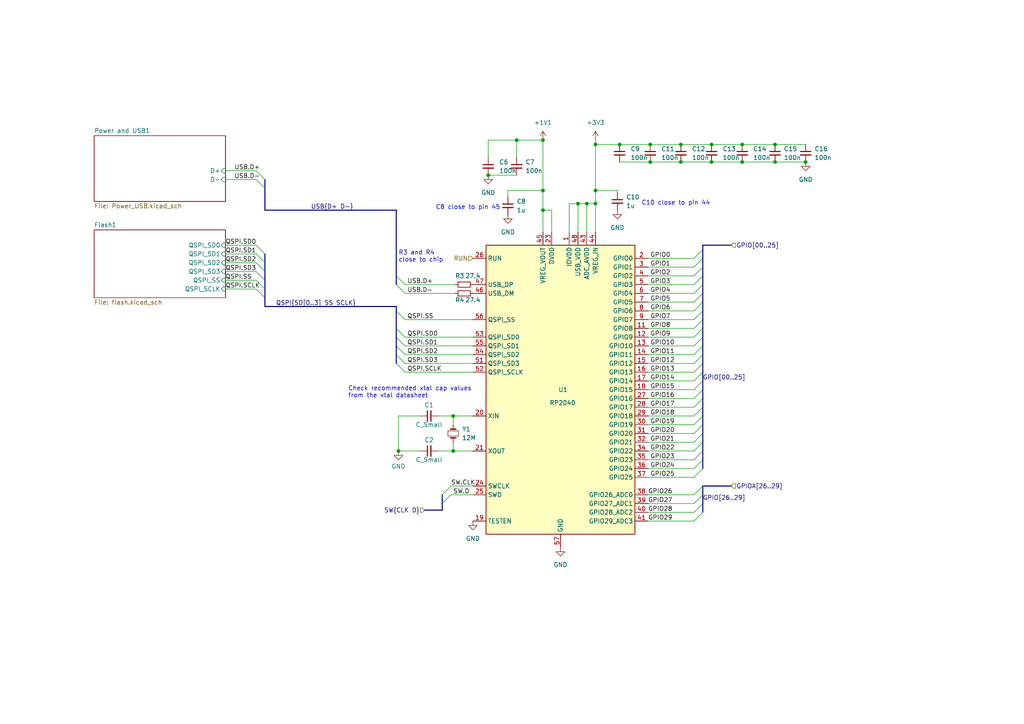
<source format=kicad_sch>
(kicad_sch (version 20211123) (generator eeschema)
  (paper "A4")
  (lib_symbols
    (symbol "Device:C_Small" (pin_numbers hide) (pin_names (offset 0.254) hide)
      (property "Reference" "C" (at 0.254 1.778 0))
      (property "Value" "C_Small" (at 0.254 -2.032 0))
      (symbol "C_Small_0_1"
        (polyline (pts (xy -1.524 -0.508) (xy 1.524 -0.508)) (stroke (width 0.3302)))
        (polyline (pts (xy -1.524 0.508) (xy 1.524 0.508)) (stroke (width 0.3048)))
      )
      (symbol "C_Small_1_1"
        (pin passive line (at 0 2.54 270) (length 2.032) (name "~") (number "1"))
        (pin passive line (at 0 -2.54 90) (length 2.032) (name "~") (number "2"))
      )
    )
    (symbol "Device:Crystal_Small" (pin_numbers hide) (pin_names (offset 1.016) hide)
      (property "Reference" "Y" (at 0 2.54 0))
      (property "Value" "Crystal_Small" (at 0 -2.54 0))
      (symbol "Crystal_Small_0_1"
        (rectangle (start -0.762 -1.524) (end 0.762 1.524))
        (polyline (pts (xy -1.27 -0.762) (xy -1.27 0.762)) (stroke (width 0.381)))
        (polyline (pts (xy 1.27 -0.762) (xy 1.27 0.762)) (stroke (width 0.381)))
      )
      (symbol "Crystal_Small_1_1"
        (pin passive line (at -2.54 0 0) (length 1.27) (name "1") (number "1"))
        (pin passive line (at 2.54 0 180) (length 1.27) (name "2") (number "2"))
      )
    )
    (symbol "Device:R_Small" (pin_numbers hide) (pin_names (offset 0.254) hide)
      (property "Reference" "R" (at 0.762 0.508 0))
      (property "Value" "R_Small" (at 0.762 -1.016 0))
      (symbol "R_Small_0_1"
        (rectangle (start -0.762 1.778) (end 0.762 -1.778) (stroke (width 0.2032)))
      )
      (symbol "R_Small_1_1"
        (pin passive line (at 0 2.54 270) (length 0.762) (name "~") (number "1"))
        (pin passive line (at 0 -2.54 90) (length 0.762) (name "~") (number "2"))
      )
    )
    (symbol "GND_1" (power) (pin_names (offset 0))
      (property "Value" "GND_1" (at 0 -3.81 0))
      (symbol "GND_1_0_1"
        (polyline (pts (xy 0 0) (xy 0 -1.27) (xy 1.27 -1.27) (xy 0 -2.54) (xy -1.27 -1.27) (xy 0 -1.27)))
      )
      (symbol "GND_1_1_1"
        (pin power_in line (at 0 0 270) (length 0) hide (name "GND") (number "1"))
      )
    )
    (symbol "MCU_RaspberryPi:RP2040"
      (property "Reference" "U" (at 17.78 45.72 0))
      (property "Value" "RP2040" (at 17.78 43.18 0))
      (symbol "RP2040_0_1"
        (rectangle (start -21.59 41.91) (end 21.59 -41.91) (stroke (width 0.254)) (fill (type background)))
      )
      (symbol "RP2040_1_1"
        (pin power_in line (at 2.54 45.72 270) (length 3.81) (name "IOVDD") (number "1"))
        (pin passive line (at 2.54 45.72 270) (length 3.81) hide (name "IOVDD") (number "10"))
        (pin bidirectional line (at 25.4 17.78 180) (length 3.81) (name "GPIO8") (number "11"))
        (pin bidirectional line (at 25.4 15.24 180) (length 3.81) (name "GPIO9") (number "12"))
        (pin bidirectional line (at 25.4 12.7 180) (length 3.81) (name "GPIO10") (number "13"))
        (pin bidirectional line (at 25.4 10.16 180) (length 3.81) (name "GPIO11") (number "14"))
        (pin bidirectional line (at 25.4 7.62 180) (length 3.81) (name "GPIO12") (number "15"))
        (pin bidirectional line (at 25.4 5.08 180) (length 3.81) (name "GPIO13") (number "16"))
        (pin bidirectional line (at 25.4 2.54 180) (length 3.81) (name "GPIO14") (number "17"))
        (pin bidirectional line (at 25.4 0 180) (length 3.81) (name "GPIO15") (number "18"))
        (pin input line (at -25.4 -38.1 0) (length 3.81) (name "TESTEN") (number "19"))
        (pin bidirectional line (at 25.4 38.1 180) (length 3.81) (name "GPIO0") (number "2"))
        (pin input line (at -25.4 -7.62 0) (length 3.81) (name "XIN") (number "20"))
        (pin passive line (at -25.4 -17.78 0) (length 3.81) (name "XOUT") (number "21"))
        (pin passive line (at 2.54 45.72 270) (length 3.81) hide (name "IOVDD") (number "22"))
        (pin power_in line (at -2.54 45.72 270) (length 3.81) (name "DVDD") (number "23"))
        (pin output line (at -25.4 -27.94 0) (length 3.81) (name "SWCLK") (number "24"))
        (pin bidirectional line (at -25.4 -30.48 0) (length 3.81) (name "SWD") (number "25"))
        (pin input line (at -25.4 38.1 0) (length 3.81) (name "RUN") (number "26"))
        (pin bidirectional line (at 25.4 -2.54 180) (length 3.81) (name "GPIO16") (number "27"))
        (pin bidirectional line (at 25.4 -5.08 180) (length 3.81) (name "GPIO17") (number "28"))
        (pin bidirectional line (at 25.4 -7.62 180) (length 3.81) (name "GPIO18") (number "29"))
        (pin bidirectional line (at 25.4 35.56 180) (length 3.81) (name "GPIO1") (number "3"))
        (pin bidirectional line (at 25.4 -10.16 180) (length 3.81) (name "GPIO19") (number "30"))
        (pin bidirectional line (at 25.4 -12.7 180) (length 3.81) (name "GPIO20") (number "31"))
        (pin bidirectional line (at 25.4 -15.24 180) (length 3.81) (name "GPIO21") (number "32"))
        (pin passive line (at 2.54 45.72 270) (length 3.81) hide (name "IOVDD") (number "33"))
        (pin bidirectional line (at 25.4 -17.78 180) (length 3.81) (name "GPIO22") (number "34"))
        (pin bidirectional line (at 25.4 -20.32 180) (length 3.81) (name "GPIO23") (number "35"))
        (pin bidirectional line (at 25.4 -22.86 180) (length 3.81) (name "GPIO24") (number "36"))
        (pin bidirectional line (at 25.4 -25.4 180) (length 3.81) (name "GPIO25") (number "37"))
        (pin bidirectional line (at 25.4 -30.48 180) (length 3.81) (name "GPIO26_ADC0") (number "38"))
        (pin bidirectional line (at 25.4 -33.02 180) (length 3.81) (name "GPIO27_ADC1") (number "39"))
        (pin bidirectional line (at 25.4 33.02 180) (length 3.81) (name "GPIO2") (number "4"))
        (pin bidirectional line (at 25.4 -35.56 180) (length 3.81) (name "GPIO28_ADC2") (number "40"))
        (pin bidirectional line (at 25.4 -38.1 180) (length 3.81) (name "GPIO29_ADC3") (number "41"))
        (pin passive line (at 2.54 45.72 270) (length 3.81) hide (name "IOVDD") (number "42"))
        (pin power_in line (at 7.62 45.72 270) (length 3.81) (name "ADC_AVDD") (number "43"))
        (pin power_in line (at 10.16 45.72 270) (length 3.81) (name "VREG_IN") (number "44"))
        (pin power_out line (at -5.08 45.72 270) (length 3.81) (name "VREG_VOUT") (number "45"))
        (pin bidirectional line (at -25.4 27.94 0) (length 3.81) (name "USB_DM") (number "46"))
        (pin bidirectional line (at -25.4 30.48 0) (length 3.81) (name "USB_DP") (number "47"))
        (pin power_in line (at 5.08 45.72 270) (length 3.81) (name "USB_VDD") (number "48"))
        (pin passive line (at 2.54 45.72 270) (length 3.81) hide (name "IOVDD") (number "49"))
        (pin bidirectional line (at 25.4 30.48 180) (length 3.81) (name "GPIO3") (number "5"))
        (pin passive line (at -2.54 45.72 270) (length 3.81) hide (name "DVDD") (number "50"))
        (pin bidirectional line (at -25.4 7.62 0) (length 3.81) (name "QSPI_SD3") (number "51"))
        (pin output line (at -25.4 5.08 0) (length 3.81) (name "QSPI_SCLK") (number "52"))
        (pin bidirectional line (at -25.4 15.24 0) (length 3.81) (name "QSPI_SD0") (number "53"))
        (pin bidirectional line (at -25.4 10.16 0) (length 3.81) (name "QSPI_SD2") (number "54"))
        (pin bidirectional line (at -25.4 12.7 0) (length 3.81) (name "QSPI_SD1") (number "55"))
        (pin bidirectional line (at -25.4 20.32 0) (length 3.81) (name "QSPI_SS") (number "56"))
        (pin power_in line (at 0 -45.72 90) (length 3.81) (name "GND") (number "57"))
        (pin bidirectional line (at 25.4 27.94 180) (length 3.81) (name "GPIO4") (number "6"))
        (pin bidirectional line (at 25.4 25.4 180) (length 3.81) (name "GPIO5") (number "7"))
        (pin bidirectional line (at 25.4 22.86 180) (length 3.81) (name "GPIO6") (number "8"))
        (pin bidirectional line (at 25.4 20.32 180) (length 3.81) (name "GPIO7") (number "9"))
      )
    )
    (symbol "power:+1V1" (power) (pin_names (offset 0))
      (property "Value" "+1V1" (at 0 3.556 0))
      (symbol "+1V1_0_1"
        (polyline (pts (xy -0.762 1.27) (xy 0 2.54)))
        (polyline (pts (xy 0 0) (xy 0 2.54)))
        (polyline (pts (xy 0 2.54) (xy 0.762 1.27)))
      )
      (symbol "+1V1_1_1"
        (pin power_in line (at 0 0 90) (length 0) hide (name "+1V1") (number "1"))
      )
    )
    (symbol "power:+3V3" (power) (pin_names (offset 0))
      (property "Value" "+3V3" (at 0 3.556 0))
      (symbol "+3V3_0_1"
        (polyline (pts (xy -0.762 1.27) (xy 0 2.54)))
        (polyline (pts (xy 0 0) (xy 0 2.54)))
        (polyline (pts (xy 0 2.54) (xy 0.762 1.27)))
      )
      (symbol "+3V3_1_1"
        (pin power_in line (at 0 0 90) (length 0) hide (name "+3V3") (number "1"))
      )
    )
    (symbol "power:GND" (power) (pin_names (offset 0))
      (property "Value" "GND" (at 0 -3.81 0))
      (symbol "GND_0_1"
        (polyline (pts (xy 0 0) (xy 0 -1.27) (xy 1.27 -1.27) (xy 0 -2.54) (xy -1.27 -1.27) (xy 0 -1.27)))
      )
      (symbol "GND_1_1"
        (pin power_in line (at 0 0 270) (length 0) hide (name "GND") (number "1"))
      )
    )
  )
  (junction (at 141.605 50.8))
  (junction (at 157.48 60.96))
  (junction (at 149.86 40.64))
  (junction (at 179.705 41.91))
  (junction (at 206.375 41.91))
  (junction (at 224.79 41.91))
  (junction (at 131.445 120.65))
  (junction (at 172.72 41.91))
  (junction (at 197.485 41.91))
  (junction (at 131.445 130.81))
  (junction (at 157.48 55.245))
  (junction (at 172.72 55.245))
  (junction (at 170.18 59.055))
  (junction (at 157.48 40.64))
  (junction (at 224.79 46.99))
  (junction (at 172.72 59.055))
  (junction (at 197.485 46.99))
  (junction (at 233.68 46.99))
  (junction (at 206.375 46.99))
  (junction (at 188.595 41.91))
  (junction (at 167.64 59.055))
  (junction (at 115.57 130.81))
  (junction (at 188.595 46.99))
  (junction (at 215.265 41.91))
  (junction (at 215.265 46.99))
  (bus_entry (at 203.835 140.97) (size -2.54 2.54))
  (bus_entry (at 203.835 113.03) (size -2.54 2.54))
  (bus_entry (at 128.27 146.05) (size 2.54 -2.54))
  (bus_entry (at 203.835 118.11) (size -2.54 2.54))
  (bus_entry (at 114.935 97.79) (size 2.54 2.54))
  (bus_entry (at 76.835 54.61) (size -2.54 -2.54))
  (bus_entry (at 114.935 102.87) (size 2.54 2.54))
  (bus_entry (at 203.835 146.05) (size -2.54 2.54))
  (bus_entry (at 203.835 115.57) (size -2.54 2.54))
  (bus_entry (at 114.935 105.41) (size 2.54 2.54))
  (bus_entry (at 203.835 120.65) (size -2.54 2.54))
  (bus_entry (at 203.835 97.79) (size -2.54 2.54))
  (bus_entry (at 203.835 133.35) (size -2.54 2.54))
  (bus_entry (at 203.835 72.39) (size -2.54 2.54))
  (bus_entry (at 203.835 135.89) (size -2.54 2.54))
  (bus_entry (at 114.935 82.55) (size 2.54 2.54))
  (bus_entry (at 114.935 80.01) (size 2.54 2.54))
  (bus_entry (at 203.835 95.25) (size -2.54 2.54))
  (bus_entry (at 203.835 105.41) (size -2.54 2.54))
  (bus_entry (at 203.835 107.95) (size -2.54 2.54))
  (bus_entry (at 76.835 76.2) (size -2.54 -2.54))
  (bus_entry (at 114.935 90.17) (size 2.54 2.54))
  (bus_entry (at 203.835 87.63) (size -2.54 2.54))
  (bus_entry (at 203.835 74.93) (size -2.54 2.54))
  (bus_entry (at 76.835 73.66) (size -2.54 -2.54))
  (bus_entry (at 203.835 85.09) (size -2.54 2.54))
  (bus_entry (at 76.835 52.07) (size -2.54 -2.54))
  (bus_entry (at 203.835 123.19) (size -2.54 2.54))
  (bus_entry (at 203.835 92.71) (size -2.54 2.54))
  (bus_entry (at 76.835 86.36) (size -2.54 -2.54))
  (bus_entry (at 203.835 102.87) (size -2.54 2.54))
  (bus_entry (at 128.27 143.51) (size 2.54 -2.54))
  (bus_entry (at 203.835 80.01) (size -2.54 2.54))
  (bus_entry (at 76.835 78.74) (size -2.54 -2.54))
  (bus_entry (at 114.935 95.25) (size 2.54 2.54))
  (bus_entry (at 203.835 77.47) (size -2.54 2.54))
  (bus_entry (at 203.835 148.59) (size -2.54 2.54))
  (bus_entry (at 203.835 128.27) (size -2.54 2.54))
  (bus_entry (at 203.835 125.73) (size -2.54 2.54))
  (bus_entry (at 203.835 130.81) (size -2.54 2.54))
  (bus_entry (at 76.835 83.82) (size -2.54 -2.54))
  (bus_entry (at 76.835 81.28) (size -2.54 -2.54))
  (bus_entry (at 114.935 100.33) (size 2.54 2.54))
  (bus_entry (at 203.835 82.55) (size -2.54 2.54))
  (bus_entry (at 203.835 143.51) (size -2.54 2.54))
  (bus_entry (at 203.835 100.33) (size -2.54 2.54))
  (bus_entry (at 203.835 90.17) (size -2.54 2.54))
  (bus_entry (at 203.835 110.49) (size -2.54 2.54))
  (bus (pts (xy 76.835 73.66) (xy 76.835 76.2)))
  (wire (pts (xy 187.96 100.33) (xy 201.295 100.33)))
  (wire (pts (xy 215.265 41.91) (xy 224.79 41.91)))
  (wire (pts (xy 170.18 59.055) (xy 170.18 67.31)))
  (wire (pts (xy 131.445 128.27) (xy 131.445 130.81)))
  (wire (pts (xy 157.48 55.245) (xy 147.32 55.245)))
  (wire (pts (xy 197.485 46.99) (xy 206.375 46.99)))
  (wire (pts (xy 187.96 92.71) (xy 201.295 92.71)))
  (wire (pts (xy 224.79 46.99) (xy 233.68 46.99)))
  (wire (pts (xy 167.64 59.055) (xy 170.18 59.055)))
  (wire (pts (xy 157.48 60.96) (xy 157.48 67.31)))
  (wire (pts (xy 206.375 41.91) (xy 215.265 41.91)))
  (wire (pts (xy 187.96 151.13) (xy 201.295 151.13)))
  (bus (pts (xy 114.935 97.79) (xy 114.935 100.33)))
  (wire (pts (xy 172.72 40.64) (xy 172.72 41.91)))
  (bus (pts (xy 123.19 147.955) (xy 128.27 147.955)))
  (wire (pts (xy 187.96 128.27) (xy 201.295 128.27)))
  (wire (pts (xy 206.375 46.99) (xy 215.265 46.99)))
  (wire (pts (xy 65.405 81.28) (xy 74.295 81.28)))
  (wire (pts (xy 187.96 74.93) (xy 201.295 74.93)))
  (wire (pts (xy 65.405 73.66) (xy 74.295 73.66)))
  (wire (pts (xy 160.02 67.31) (xy 160.02 60.96)))
  (wire (pts (xy 187.96 102.87) (xy 201.295 102.87)))
  (bus (pts (xy 128.27 146.05) (xy 128.27 147.955)))
  (wire (pts (xy 115.57 120.65) (xy 115.57 130.81)))
  (bus (pts (xy 203.835 95.25) (xy 203.835 97.79)))
  (wire (pts (xy 187.96 148.59) (xy 201.295 148.59)))
  (wire (pts (xy 65.405 78.74) (xy 74.295 78.74)))
  (bus (pts (xy 203.835 82.55) (xy 203.835 85.09)))
  (bus (pts (xy 203.835 120.65) (xy 203.835 123.19)))
  (wire (pts (xy 160.02 60.96) (xy 157.48 60.96)))
  (wire (pts (xy 130.81 143.51) (xy 137.16 143.51)))
  (wire (pts (xy 137.16 120.65) (xy 131.445 120.65)))
  (wire (pts (xy 179.705 46.99) (xy 188.595 46.99)))
  (bus (pts (xy 203.835 97.79) (xy 203.835 100.33)))
  (wire (pts (xy 117.475 100.33) (xy 137.16 100.33)))
  (wire (pts (xy 170.18 59.055) (xy 172.72 59.055)))
  (wire (pts (xy 141.605 50.8) (xy 149.86 50.8)))
  (bus (pts (xy 203.835 100.33) (xy 203.835 102.87)))
  (bus (pts (xy 128.27 143.51) (xy 128.27 146.05)))
  (wire (pts (xy 187.96 107.95) (xy 201.295 107.95)))
  (wire (pts (xy 149.86 40.64) (xy 149.86 45.72)))
  (wire (pts (xy 115.57 130.81) (xy 121.92 130.81)))
  (bus (pts (xy 76.835 54.61) (xy 76.835 60.96)))
  (wire (pts (xy 188.595 46.99) (xy 197.485 46.99)))
  (wire (pts (xy 172.72 41.91) (xy 179.705 41.91)))
  (bus (pts (xy 203.835 87.63) (xy 203.835 90.17)))
  (bus (pts (xy 76.835 76.2) (xy 76.835 78.74)))
  (bus (pts (xy 114.935 100.33) (xy 114.935 102.87)))
  (bus (pts (xy 76.835 78.74) (xy 76.835 81.28)))
  (wire (pts (xy 65.405 76.2) (xy 74.295 76.2)))
  (bus (pts (xy 114.935 102.87) (xy 114.935 105.41)))
  (wire (pts (xy 187.96 143.51) (xy 201.295 143.51)))
  (bus (pts (xy 114.935 82.55) (xy 114.935 80.01)))
  (bus (pts (xy 203.835 102.87) (xy 203.835 105.41)))
  (bus (pts (xy 203.835 80.01) (xy 203.835 82.55)))
  (bus (pts (xy 76.835 81.28) (xy 76.835 83.82)))
  (bus (pts (xy 203.835 110.49) (xy 203.835 113.03)))
  (wire (pts (xy 187.96 135.89) (xy 201.295 135.89)))
  (bus (pts (xy 203.835 72.39) (xy 203.835 74.93)))
  (bus (pts (xy 203.835 92.71) (xy 203.835 95.25)))
  (wire (pts (xy 157.48 55.245) (xy 157.48 60.96)))
  (bus (pts (xy 114.935 95.25) (xy 114.935 97.79)))
  (wire (pts (xy 187.96 123.19) (xy 201.295 123.19)))
  (wire (pts (xy 117.475 82.55) (xy 132.08 82.55)))
  (bus (pts (xy 114.935 88.9) (xy 76.835 88.9)))
  (wire (pts (xy 187.96 77.47) (xy 201.295 77.47)))
  (wire (pts (xy 187.96 97.79) (xy 201.295 97.79)))
  (wire (pts (xy 117.475 92.71) (xy 137.16 92.71)))
  (bus (pts (xy 203.835 90.17) (xy 203.835 92.71)))
  (wire (pts (xy 117.475 85.09) (xy 132.08 85.09)))
  (wire (pts (xy 147.32 55.245) (xy 147.32 57.15)))
  (wire (pts (xy 172.72 55.245) (xy 172.72 59.055)))
  (wire (pts (xy 187.96 95.25) (xy 201.295 95.25)))
  (wire (pts (xy 167.64 59.055) (xy 167.64 67.31)))
  (bus (pts (xy 203.835 130.81) (xy 203.835 133.35)))
  (wire (pts (xy 187.96 125.73) (xy 201.295 125.73)))
  (wire (pts (xy 215.265 46.99) (xy 224.79 46.99)))
  (bus (pts (xy 203.835 128.27) (xy 203.835 130.81)))
  (wire (pts (xy 187.96 138.43) (xy 201.295 138.43)))
  (bus (pts (xy 203.835 140.97) (xy 212.09 140.97)))
  (bus (pts (xy 203.835 133.35) (xy 203.835 135.89)))
  (wire (pts (xy 187.96 80.01) (xy 201.295 80.01)))
  (wire (pts (xy 187.96 118.11) (xy 201.295 118.11)))
  (wire (pts (xy 187.96 115.57) (xy 201.295 115.57)))
  (wire (pts (xy 187.96 120.65) (xy 201.295 120.65)))
  (wire (pts (xy 172.72 59.055) (xy 172.72 67.31)))
  (wire (pts (xy 117.475 102.87) (xy 137.16 102.87)))
  (bus (pts (xy 203.835 85.09) (xy 203.835 87.63)))
  (bus (pts (xy 203.835 146.05) (xy 203.835 148.59)))
  (wire (pts (xy 187.96 85.09) (xy 201.295 85.09)))
  (wire (pts (xy 165.1 67.31) (xy 165.1 59.055)))
  (bus (pts (xy 114.935 88.9) (xy 114.935 90.17)))
  (bus (pts (xy 76.835 52.07) (xy 76.835 54.61)))
  (wire (pts (xy 65.405 49.53) (xy 74.295 49.53)))
  (bus (pts (xy 114.935 90.17) (xy 114.935 95.25)))
  (wire (pts (xy 187.96 90.17) (xy 201.295 90.17)))
  (bus (pts (xy 203.835 105.41) (xy 203.835 107.95)))
  (bus (pts (xy 203.835 71.12) (xy 212.09 71.12)))
  (wire (pts (xy 187.96 87.63) (xy 201.295 87.63)))
  (wire (pts (xy 127 120.65) (xy 131.445 120.65)))
  (bus (pts (xy 203.835 118.11) (xy 203.835 120.65)))
  (wire (pts (xy 65.405 83.82) (xy 74.295 83.82)))
  (wire (pts (xy 187.96 113.03) (xy 201.295 113.03)))
  (wire (pts (xy 117.475 97.79) (xy 137.16 97.79)))
  (wire (pts (xy 224.79 41.91) (xy 233.68 41.91)))
  (bus (pts (xy 203.835 140.97) (xy 203.835 143.51)))
  (wire (pts (xy 187.96 133.35) (xy 201.295 133.35)))
  (wire (pts (xy 187.96 105.41) (xy 201.295 105.41)))
  (wire (pts (xy 141.605 40.64) (xy 141.605 45.72)))
  (wire (pts (xy 165.1 59.055) (xy 167.64 59.055)))
  (bus (pts (xy 76.835 86.36) (xy 76.835 88.9)))
  (bus (pts (xy 203.835 77.47) (xy 203.835 80.01)))
  (wire (pts (xy 187.96 130.81) (xy 201.295 130.81)))
  (bus (pts (xy 203.835 113.03) (xy 203.835 115.57)))
  (bus (pts (xy 203.835 74.93) (xy 203.835 77.47)))
  (wire (pts (xy 157.48 40.64) (xy 157.48 55.245)))
  (wire (pts (xy 117.475 105.41) (xy 137.16 105.41)))
  (bus (pts (xy 203.835 123.19) (xy 203.835 125.73)))
  (bus (pts (xy 203.835 107.95) (xy 203.835 110.49)))
  (bus (pts (xy 203.835 71.12) (xy 203.835 72.39)))
  (bus (pts (xy 203.835 125.73) (xy 203.835 128.27)))
  (bus (pts (xy 76.835 60.96) (xy 114.935 60.96)))
  (wire (pts (xy 74.295 71.12) (xy 65.405 71.12)))
  (wire (pts (xy 172.72 41.91) (xy 172.72 55.245)))
  (bus (pts (xy 203.835 115.57) (xy 203.835 118.11)))
  (bus (pts (xy 76.835 83.82) (xy 76.835 86.36)))
  (bus (pts (xy 203.835 143.51) (xy 203.835 146.05)))
  (wire (pts (xy 188.595 41.91) (xy 197.485 41.91)))
  (wire (pts (xy 131.445 130.81) (xy 137.16 130.81)))
  (wire (pts (xy 172.72 55.245) (xy 179.07 55.245)))
  (wire (pts (xy 187.96 110.49) (xy 201.295 110.49)))
  (wire (pts (xy 187.96 146.05) (xy 201.295 146.05)))
  (wire (pts (xy 187.96 82.55) (xy 201.295 82.55)))
  (wire (pts (xy 197.485 41.91) (xy 206.375 41.91)))
  (wire (pts (xy 130.81 140.97) (xy 137.16 140.97)))
  (bus (pts (xy 114.935 60.96) (xy 114.935 80.01)))
  (wire (pts (xy 157.48 40.64) (xy 149.86 40.64)))
  (wire (pts (xy 149.86 40.64) (xy 141.605 40.64)))
  (wire (pts (xy 65.405 52.07) (xy 74.295 52.07)))
  (wire (pts (xy 131.445 120.65) (xy 131.445 123.19)))
  (wire (pts (xy 127 130.81) (xy 131.445 130.81)))
  (wire (pts (xy 117.475 107.95) (xy 137.16 107.95)))
  (wire (pts (xy 179.07 55.245) (xy 179.07 55.88)))
  (wire (pts (xy 121.92 120.65) (xy 115.57 120.65)))
  (wire (pts (xy 179.705 41.91) (xy 188.595 41.91)))
  (text "C10 close to pin 44" (at 186.055 59.69 0) (effects (font (size 1.27 1.27)) (justify left bottom)))
  (text "Check recommended xtal cap values\nfrom the xtal datasheet" (at 100.965 115.57 0) (effects (font (size 1.27 1.27)) (justify left bottom)))
  (text "R3 and R4 \nclose to chip" (at 115.57 76.2 0) (effects (font (size 1.27 1.27)) (justify left bottom)))
  (text "C8 close to pin 45" (at 126.365 60.96 0) (effects (font (size 1.27 1.27)) (justify left bottom)))
  (label "QSPI.SD1" (at 65.405 73.66 0))
  (label "GPIO18" (at 188.595 120.65 0))
  (label "GPIO7" (at 188.595 92.71 0))
  (label "GPIO22" (at 188.595 130.81 0))
  (label "GPIO5" (at 188.595 87.63 0))
  (label "GPIO28" (at 187.96 148.59 0))
  (label "GPIO9" (at 188.595 97.79 0))
  (label "USB.D-" (at 118.11 85.09 0))
  (label "QSPI.SD0" (at 65.405 71.12 0))
  (label "GPIO8" (at 188.595 95.25 0))
  (label "QSPI.SS" (at 65.405 81.28 0))
  (label "GPIO1" (at 188.595 77.47 0))
  (label "GPIO19" (at 188.595 123.19 0))
  (label "GPIO24" (at 188.595 135.89 0))
  (label "QSPI.SCLK" (at 65.405 83.82 0))
  (label "GPIO6" (at 188.595 90.17 0))
  (label "QSPI.SD0" (at 118.11 97.79 0))
  (label "GPIO14" (at 188.595 110.49 0))
  (label "QSPI.SD2" (at 65.405 76.2 0))
  (label "GPIO29" (at 187.96 151.13 0))
  (label "USB{D+ D-}" (at 90.17 60.96 0))
  (label "QSPI{SD[0..3] SS SCLK}" (at 80.01 88.9 0))
  (label "GPIO12" (at 188.595 105.41 0))
  (label "GPIO11" (at 188.595 102.87 0))
  (label "USB.D-" (at 67.945 52.07 0))
  (label "GPIO13" (at 188.595 107.95 0))
  (label "GPIO15" (at 188.595 113.03 0))
  (label "GPIO[00..25]" (at 203.835 110.49 0))
  (label "QSPI.SCLK" (at 118.11 107.95 0))
  (label "GPIO3" (at 188.595 82.55 0))
  (label "SW.CLK" (at 130.81 140.97 0))
  (label "GPIO25" (at 188.595 138.43 0))
  (label "GPIO23" (at 188.595 133.35 0))
  (label "GPIO0" (at 188.595 74.93 0))
  (label "GPIO26" (at 187.96 143.51 0))
  (label "GPIO[26..29]" (at 203.835 145.415 0))
  (label "GPIO4" (at 188.595 85.09 0))
  (label "GPIO10" (at 188.595 100.33 0))
  (label "QSPI.SS" (at 118.11 92.71 0))
  (label "GPIO16" (at 188.595 115.57 0))
  (label "SW.D" (at 131.445 143.51 0))
  (label "GPIO20" (at 188.595 125.73 0))
  (label "USB.D+" (at 118.11 82.55 0))
  (label "GPIO2" (at 188.595 80.01 0))
  (label "QSPI.SD3" (at 65.405 78.74 0))
  (label "GPIO17" (at 188.595 118.11 0))
  (label "USB.D+" (at 67.945 49.53 0))
  (label "GPIO27" (at 187.96 146.05 0))
  (label "QSPI.SD2" (at 118.11 102.87 0))
  (label "GPIO21" (at 188.595 128.27 0))
  (label "QSPI.SD3" (at 118.11 105.41 0))
  (label "QSPI.SD1" (at 118.11 100.33 0))
  (hierarchical_label "GPIO[00..25]" (shape input) (at 212.09 71.12 0))
  (hierarchical_label "RUN" (shape input) (at 137.16 74.93 180))
  (hierarchical_label "SW{CLK D}" (shape input) (at 123.19 147.955 180))
  (hierarchical_label "GPIOA[26..29]" (shape input) (at 212.09 140.97 0))
  (symbol (lib_id "MCU_RaspberryPi:RP2040") (at 162.56 113.03 0) (unit 1)
    (property "Reference" "U1" (at 161.925 113.03 0) (effects (justify left)))
    (property "Value" "RP2040" (at 159.385 116.84 0) (effects (justify left)))
    (property "Footprint" "Package_DFN_QFN:QFN-56-1EP_7x7mm_P0.4mm_EP3.2x3.2mm" (effects hide))
    (property "Datasheet" "https://datasheets.raspberrypi.com/rp2040/rp2040-datasheet.pdf" (effects hide))
  )
  (symbol (lib_id "Device:C_Small") (at 188.595 44.45 0) (unit 1)
    (property "Reference" "C11" (at 191.77 43.1862 0) (effects (justify left)))
    (property "Value" "100n" (at 191.77 45.7262 0) (effects (justify left)))
  )
  (symbol (lib_id "Device:C_Small") (at 141.605 48.26 0) (unit 1)
    (property "Reference" "C6" (at 144.78 46.9962 0) (effects (justify left)))
    (property "Value" "100n" (at 144.78 49.5362 0) (effects (justify left)))
  )
  (symbol (lib_id "power:GND") (at 147.32 62.23 0) (unit 1)
    (property "Reference" "#PWR04" (effects hide))
    (property "Value" "GND" (at 147.32 67.31 0))
  )
  (symbol (lib_id "power:GND") (at 141.605 50.8 0) (unit 1)
    (property "Reference" "#PWR03" (effects hide))
    (property "Value" "GND" (at 141.605 55.88 0))
  )
  (symbol (lib_id "Device:C_Small") (at 124.46 120.65 90) (unit 1)
    (property "Reference" "C1" (at 124.46 117.475 90))
    (property "Value" "C_Small" (at 124.46 123.19 90))
  )
  (symbol (lib_id "Device:C_Small") (at 149.86 48.26 0) (unit 1)
    (property "Reference" "C7" (at 152.4 46.9962 0) (effects (justify left)))
    (property "Value" "100n" (at 152.4 49.5362 0) (effects (justify left)))
  )
  (symbol (lib_id "Device:C_Small") (at 197.485 44.45 0) (unit 1)
    (property "Reference" "C12" (at 200.66 43.1862 0) (effects (justify left)))
    (property "Value" "100n" (at 200.66 45.7262 0) (effects (justify left)))
  )
  (symbol (lib_id "Device:C_Small") (at 179.07 58.42 0) (unit 1)
    (property "Reference" "C10" (at 181.61 57.1562 0) (effects (justify left)))
    (property "Value" "1u" (at 181.61 59.6962 0) (effects (justify left)))
  )
  (symbol (lib_id "Device:C_Small") (at 233.68 44.45 0) (unit 1)
    (property "Reference" "C16" (at 236.22 43.1862 0) (effects (justify left)))
    (property "Value" "100n" (at 236.22 45.7262 0) (effects (justify left)))
  )
  (symbol (lib_id "power:+3V3") (at 172.72 40.64 0) (unit 1)
    (property "Reference" "#PWR07" (effects hide))
    (property "Value" "+3V3" (at 172.72 35.56 0))
  )
  (symbol (lib_id "power:GND") (at 233.68 46.99 0) (unit 1)
    (property "Reference" "#PWR09" (effects hide))
    (property "Value" "GND" (at 233.68 52.07 0))
  )
  (symbol (lib_id "Device:C_Small") (at 179.705 44.45 0) (unit 1)
    (property "Reference" "C9" (at 182.88 43.1862 0) (effects (justify left)))
    (property "Value" "100n" (at 182.88 45.7262 0) (effects (justify left)))
  )
  (symbol (lib_id "Device:C_Small") (at 124.46 130.81 90) (unit 1)
    (property "Reference" "C2" (at 124.46 127.635 90))
    (property "Value" "C_Small" (at 124.46 133.35 90))
  )
  (symbol (lib_id "Device:R_Small") (at 134.62 85.09 270) (unit 1)
    (property "Reference" "R4" (at 133.35 86.995 90))
    (property "Value" "27.4" (at 137.16 86.995 90))
  )
  (symbol (lib_id "Device:R_Small") (at 134.62 82.55 270) (unit 1)
    (property "Reference" "R3" (at 133.35 80.01 90))
    (property "Value" "27.4" (at 137.16 80.01 90))
  )
  (symbol (lib_id "Device:C_Small") (at 206.375 44.45 0) (unit 1)
    (property "Reference" "C13" (at 209.55 43.1862 0) (effects (justify left)))
    (property "Value" "100n" (at 209.55 45.7262 0) (effects (justify left)))
  )
  (symbol (lib_id "power:+1V1") (at 157.48 40.64 0) (unit 1)
    (property "Reference" "#PWR05" (effects hide))
    (property "Value" "+1V1" (at 157.48 35.56 0))
  )
  (symbol (lib_id "power:GND") (at 179.07 60.96 0) (unit 1)
    (property "Reference" "#PWR08" (effects hide))
    (property "Value" "GND" (at 179.07 66.04 0))
  )
  (symbol (lib_id "power:GND") (at 137.16 151.13 0) (unit 1)
    (property "Reference" "#PWR02" (effects hide))
    (property "Value" "GND" (at 137.16 156.21 0))
  )
  (symbol (lib_name "GND_1") (lib_id "power:GND") (at 115.57 130.81 0) (unit 1)
    (property "Reference" "#PWR01" (effects hide))
    (property "Value" "GND" (at 115.57 135.255 0))
  )
  (symbol (lib_id "Device:Crystal_Small") (at 131.445 125.73 90) (unit 1)
    (property "Reference" "Y1" (at 133.985 124.4599 90) (effects (justify right)))
    (property "Value" "12M" (at 133.985 126.9999 90) (effects (justify right)))
  )
  (symbol (lib_id "Device:C_Small") (at 224.79 44.45 0) (unit 1)
    (property "Reference" "C15" (at 227.33 43.1862 0) (effects (justify left)))
    (property "Value" "100n" (at 227.33 45.7262 0) (effects (justify left)))
  )
  (symbol (lib_id "power:GND") (at 162.56 158.75 0) (unit 1)
    (property "Reference" "#PWR06" (effects hide))
    (property "Value" "GND" (at 162.56 163.83 0))
  )
  (symbol (lib_id "Device:C_Small") (at 215.265 44.45 0) (unit 1)
    (property "Reference" "C14" (at 218.44 43.1862 0) (effects (justify left)))
    (property "Value" "100n" (at 218.44 45.7262 0) (effects (justify left)))
  )
  (symbol (lib_id "Device:C_Small") (at 147.32 59.69 0) (unit 1)
    (property "Reference" "C8" (at 149.86 58.4262 0) (effects (justify left)))
    (property "Value" "1u" (at 149.86 60.9662 0) (effects (justify left)))
  )
  (sheet (at 27.305 66.675) (size 38.1 19.685) (stroke (width 0.1524))
    (property "Sheet name" "Flash1" (at 27.305 65.9634 0) (effects (justify left bottom)))
    (property "Sheet file" "flash.kicad_sch" (at 27.305 86.9446 0) (effects (justify left top)))
    (pin "QSPI_SS" input (at 65.405 81.28 0))
    (pin "QSPI_SCLK" input (at 65.405 83.82 0))
    (pin "QSPI_SD2" input (at 65.405 76.2 0))
    (pin "QSPI_SD0" input (at 65.405 71.12 0))
    (pin "QSPI_SD1" input (at 65.405 73.66 0))
    (pin "QSPI_SD3" input (at 65.405 78.74 0))
  )
  (sheet (at 27.305 39.37) (size 38.1 19.05) (stroke (width 0.1524))
    (property "Sheet name" "Power and USB1" (at 27.305 38.6584 0) (effects (justify left bottom)))
    (property "Sheet file" "Power_USB.kicad_sch" (at 27.305 59.0046 0) (effects (justify left top)))
    (pin "D+" input (at 65.405 49.53 0))
    (pin "D-" input (at 65.405 52.07 0))
  )
)
</source>
